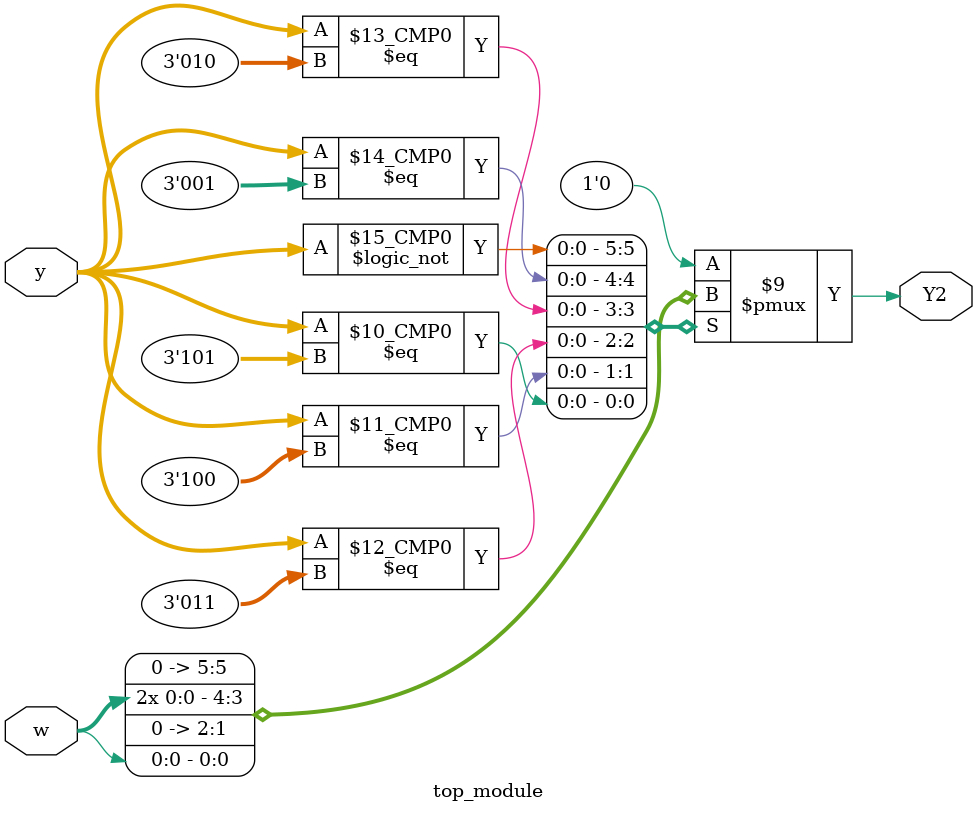
<source format=sv>
module top_module(
	input [3:1] y,
	input w,
	output reg Y2);

	always @(*) begin
		case (y)
			3'b000: Y2 = (w & 1'b0); // A -> A
			3'b001: Y2 = (w & 1'b1); // B -> C
			3'b010: Y2 = (w & 1'b1); // C -> E
			3'b011: Y2 = (w & 1'b0); // D -> F
			3'b100: Y2 = (w & 1'b0); // E -> E
			3'b101: Y2 = (w & 1'b1); // F -> C
			default: Y2 = 1'b0; // Default
		endcase
	end

endmodule

</source>
